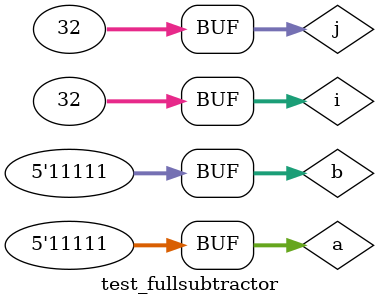
<source format=v>

module halfsubtractor (output s1, s0, input a, b); 
 
    wire nota;
    // descrever por portas 
    
    xor  XOR1 ( s0, a, b ); 
    not NOT1  (nota, a);
    and AND1  ( s1, nota, b ); 
 
endmodule // subtractor

// ------------------------- 
//  subtractor 
// ------------------------- 
module fullsubtractor ( output s1, s0, input a, b, carryIn ); 
    
    wire s, c0, c1;
    
    halfsubtractor HS1(c0, s, a, b);
    halfsubtractor HS2(c1, s0, s, carryIn);
    or OR1 (s1, c0, c1);
 
endmodule // subtractor 

module subtractor (output s0, s1, s2, s3, s4,s5, input a0, a1, a2, a3,a4, b0, b1, b2, b3,b4);
    
    wire c0, c1, c2,c3;
    
    halfsubtractor HS1(c0, s0, a0, b0);
    fullsubtractor FS1(c1, s1, a1, b1, c0 ); 
    fullsubtractor FS2(c2, s2, a2, b2, c1 ); 
    fullsubtractor FS3(c3, s3, a3, b3, c2 ); 
    fullsubtractor FS4(s5, s4, a4, b4, c3 ); 

endmodule


module test_fullsubtractor; 
// ------------------------- definir dados       
    reg  [4:0] a;       
    reg  [4:0] b;              
    wire [5:0] s;
    integer i, j;
 
   subtractor S1(s[0], s[1], s[2], s[3], s[4],s[5], a[0], a[1], a[2], a[3],a[4], b[0], b[1], b[2], b[3],b[4]); 
 
// ------------------------- parte principal  
    initial begin        
        
      #1 b = 4'b0100; a = 4'b0001;
      
      $display("Exemplo0802 - Felipe Campolina Soares de Paula - 762732");     
      $display("Test ALU’s full subtractor"); 
      
      $display("a    - b    = s6   subtracao");
      
      $monitor("%b - %b = %b    %b%b%b%b%b",a, b, s[5],s[4], s[3], s[2], s[1], s[0]);
      for (i = 0; i < 32; i = i + 1) begin
      for (j = 0; j < 32; j = j + 1) begin
        #1 a=i; b=j;
      end
      end
 // projetar testes do subtrator completo 
      end 
 
endmodule // test_fullsubtractor
</source>
